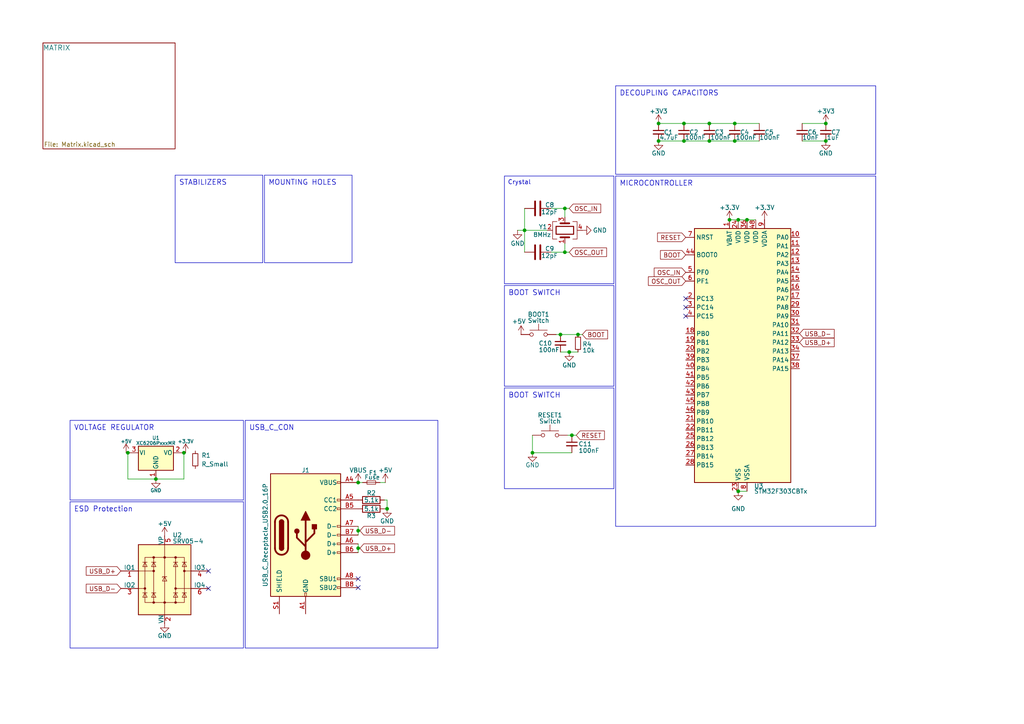
<source format=kicad_sch>
(kicad_sch (version 20231120) (generator "eeschema") (generator_version "8.0")
  (paper "A4")
  (title_block (title "Darwin") (date "2024-05-04"))
  (lib_symbols
    (symbol "Connector:USB_C_Receptacle_USB2.0_16P" (pin_names (offset 1.016))
      (property "Reference" "J" (at 0 22.225 0))
      (property "Value" "USB_C_Receptacle_USB2.0_16P" (at 0 19.685 0))
      (symbol "USB_C_Receptacle_USB2.0_16P_0_0"
        (rectangle (start -0.254 -17.78) (end 0.254 -16.764))
        (rectangle (start 10.16 -14.986) (end 9.144 -15.494))
        (rectangle (start 10.16 -12.446) (end 9.144 -12.954))
        (rectangle (start 10.16 -4.826) (end 9.144 -5.334))
        (rectangle (start 10.16 -2.286) (end 9.144 -2.794))
        (rectangle (start 10.16 0.254) (end 9.144 -0.254))
        (rectangle (start 10.16 2.794) (end 9.144 2.286))
        (rectangle (start 10.16 7.874) (end 9.144 7.366))
        (rectangle (start 10.16 10.414) (end 9.144 9.906))
        (rectangle (start 10.16 15.494) (end 9.144 14.986))
      )
      (symbol "USB_C_Receptacle_USB2.0_16P_0_1"
        (rectangle (start -10.16 17.78) (end 10.16 -17.78) (stroke (width 0.254)) (fill (type background)))
        (arc (start -8.89 -3.81) (mid -6.985 -5.7067) (end -5.08 -3.81) (stroke (width 0.508)))
        (arc (start -7.62 -3.81) (mid -6.985 -4.4423) (end -6.35 -3.81) (stroke (width 0.254)))
        (arc (start -7.62 -3.81) (mid -6.985 -4.4423) (end -6.35 -3.81) (stroke (width 0.254)) (fill (type outline)))
        (rectangle (start -7.62 -3.81) (end -6.35 3.81) (stroke (width 0.254)) (fill (type outline)))
        (arc (start -6.35 3.81) (mid -6.985 4.4423) (end -7.62 3.81) (stroke (width 0.254)))
        (arc (start -6.35 3.81) (mid -6.985 4.4423) (end -7.62 3.81) (stroke (width 0.254)) (fill (type outline)))
        (arc (start -5.08 3.81) (mid -6.985 5.7067) (end -8.89 3.81) (stroke (width 0.508)))
        (circle (center -2.54 1.143) (radius 0.635) (stroke (width 0.254)) (fill (type outline)))
        (circle (center 0 -5.842) (radius 1.27) (fill (type outline)))
        (polyline (pts (xy -8.89 -3.81) (xy -8.89 3.81)) (stroke (width 0.508)))
        (polyline (pts (xy -5.08 3.81) (xy -5.08 -3.81)) (stroke (width 0.508)))
        (polyline (pts (xy 0 -5.842) (xy 0 4.318)) (stroke (width 0.508)))
        (polyline (pts (xy 0 -3.302) (xy -2.54 -0.762) (xy -2.54 0.508)) (stroke (width 0.508)))
        (polyline (pts (xy 0 -2.032) (xy 2.54 0.508) (xy 2.54 1.778)) (stroke (width 0.508)))
        (polyline (pts (xy -1.27 4.318) (xy 0 6.858) (xy 1.27 4.318) (xy -1.27 4.318)) (stroke (width 0.254)) (fill (type outline)))
        (rectangle (start 1.905 1.778) (end 3.175 3.048) (stroke (width 0.254)) (fill (type outline)))
      )
      (symbol "USB_C_Receptacle_USB2.0_16P_1_1"
        (pin passive line (at 0 -22.86 90) (length 5.08) (name "GND") (number "A1"))
        (pin passive line (at 0 -22.86 90) (length 5.08) hide (name "GND") (number "A12"))
        (pin passive line (at 15.24 15.24 180) (length 5.08) (name "VBUS") (number "A4"))
        (pin bidirectional line (at 15.24 10.16 180) (length 5.08) (name "CC1") (number "A5"))
        (pin bidirectional line (at 15.24 -2.54 180) (length 5.08) (name "D+") (number "A6"))
        (pin bidirectional line (at 15.24 2.54 180) (length 5.08) (name "D-") (number "A7"))
        (pin bidirectional line (at 15.24 -12.7 180) (length 5.08) (name "SBU1") (number "A8"))
        (pin passive line (at 15.24 15.24 180) (length 5.08) hide (name "VBUS") (number "A9"))
        (pin passive line (at 0 -22.86 90) (length 5.08) hide (name "GND") (number "B1"))
        (pin passive line (at 0 -22.86 90) (length 5.08) hide (name "GND") (number "B12"))
        (pin passive line (at 15.24 15.24 180) (length 5.08) hide (name "VBUS") (number "B4"))
        (pin bidirectional line (at 15.24 7.62 180) (length 5.08) (name "CC2") (number "B5"))
        (pin bidirectional line (at 15.24 -5.08 180) (length 5.08) (name "D+") (number "B6"))
        (pin bidirectional line (at 15.24 0 180) (length 5.08) (name "D-") (number "B7"))
        (pin bidirectional line (at 15.24 -15.24 180) (length 5.08) (name "SBU2") (number "B8"))
        (pin passive line (at 15.24 15.24 180) (length 5.08) hide (name "VBUS") (number "B9"))
        (pin passive line (at -7.62 -22.86 90) (length 5.08) (name "SHIELD") (number "S1"))
      )
    )
    (symbol "Device:C" (pin_numbers hide) (pin_names (offset 0.254))
      (property "Reference" "C" (at 0.635 2.54 0))
      (property "Value" "C" (at 0.635 -2.54 0))
      (symbol "C_0_1"
        (polyline (pts (xy -2.032 -0.762) (xy 2.032 -0.762)) (stroke (width 0.508)))
        (polyline (pts (xy -2.032 0.762) (xy 2.032 0.762)) (stroke (width 0.508)))
      )
      (symbol "C_1_1"
        (pin passive line (at 0 3.81 270) (length 2.794) (name "~") (number "1"))
        (pin passive line (at 0 -3.81 90) (length 2.794) (name "~") (number "2"))
      )
    )
    (symbol "Device:C_Small" (pin_numbers hide) (pin_names (offset 0.254) hide)
      (property "Reference" "C" (at 0.254 1.778 0))
      (property "Value" "C_Small" (at 0.254 -2.032 0))
      (symbol "C_Small_0_1"
        (polyline (pts (xy -1.524 -0.508) (xy 1.524 -0.508)) (stroke (width 0.3302)))
        (polyline (pts (xy -1.524 0.508) (xy 1.524 0.508)) (stroke (width 0.3048)))
      )
      (symbol "C_Small_1_1"
        (pin passive line (at 0 2.54 270) (length 2.032) (name "~") (number "1"))
        (pin passive line (at 0 -2.54 90) (length 2.032) (name "~") (number "2"))
      )
    )
    (symbol "Device:Crystal_GND24" (pin_names (offset 1.016) hide)
      (property "Reference" "Y" (at 3.175 5.08 0))
      (property "Value" "Crystal_GND24" (at 3.175 3.175 0))
      (symbol "Crystal_GND24_0_1"
        (rectangle (start -1.143 2.54) (end 1.143 -2.54) (stroke (width 0.3048)))
        (polyline (pts (xy -2.54 0) (xy -2.032 0)))
        (polyline (pts (xy -2.032 -1.27) (xy -2.032 1.27)) (stroke (width 0.508)))
        (polyline (pts (xy 0 -3.81) (xy 0 -3.556)))
        (polyline (pts (xy 0 3.556) (xy 0 3.81)))
        (polyline (pts (xy 2.032 -1.27) (xy 2.032 1.27)) (stroke (width 0.508)))
        (polyline (pts (xy 2.032 0) (xy 2.54 0)))
        (polyline (pts (xy -2.54 -2.286) (xy -2.54 -3.556) (xy 2.54 -3.556) (xy 2.54 -2.286)))
        (polyline (pts (xy -2.54 2.286) (xy -2.54 3.556) (xy 2.54 3.556) (xy 2.54 2.286)))
      )
      (symbol "Crystal_GND24_1_1"
        (pin passive line (at -3.81 0 0) (length 1.27) (name "1") (number "1"))
        (pin passive line (at 0 5.08 270) (length 1.27) (name "2") (number "2"))
        (pin passive line (at 3.81 0 180) (length 1.27) (name "3") (number "3"))
        (pin passive line (at 0 -5.08 90) (length 1.27) (name "4") (number "4"))
      )
    )
    (symbol "Device:Fuse_Small" (pin_numbers hide) (pin_names (offset 0.254) hide)
      (property "Reference" "F" (at 0 -1.524 0))
      (property "Value" "Fuse_Small" (at 0 1.524 0))
      (symbol "Fuse_Small_0_1"
        (rectangle (start -1.27 0.508) (end 1.27 -0.508))
        (polyline (pts (xy -1.27 0) (xy 1.27 0)))
      )
      (symbol "Fuse_Small_1_1"
        (pin passive line (at -2.54 0 0) (length 1.27) (name "~") (number "1"))
        (pin passive line (at 2.54 0 180) (length 1.27) (name "~") (number "2"))
      )
    )
    (symbol "Device:R_Small" (pin_numbers hide) (pin_names (offset 0.254) hide)
      (property "Reference" "R" (at 0.762 0.508 0))
      (property "Value" "R_Small" (at 0.762 -1.016 0))
      (symbol "R_Small_0_1"
        (rectangle (start -0.762 1.778) (end 0.762 -1.778) (stroke (width 0.2032)))
      )
      (symbol "R_Small_1_1"
        (pin passive line (at 0 2.54 270) (length 0.762) (name "~") (number "1"))
        (pin passive line (at 0 -2.54 90) (length 0.762) (name "~") (number "2"))
      )
    )
    (symbol "MCU_ST_STM32F3:STM32F303CBTx"
      (property "Reference" "U" (at -12.7 39.37 0))
      (property "Value" "STM32F303CBTx" (at 10.16 39.37 0))
      (symbol "STM32F303CBTx_0_1"
        (rectangle (start -12.7 -35.56) (end 15.24 38.1) (stroke (width 0.254)) (fill (type background)))
      )
      (symbol "STM32F303CBTx_1_1"
        (pin power_in line (at -2.54 40.64 270) (length 2.54) (name "VBAT") (number "1"))
        (pin bidirectional line (at 17.78 35.56 180) (length 2.54) (name "PA0") (number "10"))
        (pin bidirectional line (at 17.78 33.02 180) (length 2.54) (name "PA1") (number "11"))
        (pin bidirectional line (at 17.78 30.48 180) (length 2.54) (name "PA2") (number "12"))
        (pin bidirectional line (at 17.78 27.94 180) (length 2.54) (name "PA3") (number "13"))
        (pin bidirectional line (at 17.78 25.4 180) (length 2.54) (name "PA4") (number "14"))
        (pin bidirectional line (at 17.78 22.86 180) (length 2.54) (name "PA5") (number "15"))
        (pin bidirectional line (at 17.78 20.32 180) (length 2.54) (name "PA6") (number "16"))
        (pin bidirectional line (at 17.78 17.78 180) (length 2.54) (name "PA7") (number "17"))
        (pin bidirectional line (at -15.24 7.62 0) (length 2.54) (name "PB0") (number "18"))
        (pin bidirectional line (at -15.24 5.08 0) (length 2.54) (name "PB1") (number "19"))
        (pin bidirectional line (at -15.24 17.78 0) (length 2.54) (name "PC13") (number "2"))
        (pin bidirectional line (at -15.24 2.54 0) (length 2.54) (name "PB2") (number "20"))
        (pin bidirectional line (at -15.24 -17.78 0) (length 2.54) (name "PB10") (number "21"))
        (pin bidirectional line (at -15.24 -20.32 0) (length 2.54) (name "PB11") (number "22"))
        (pin power_in line (at 0 -38.1 90) (length 2.54) (name "VSS") (number "23"))
        (pin power_in line (at 0 40.64 270) (length 2.54) (name "VDD") (number "24"))
        (pin bidirectional line (at -15.24 -22.86 0) (length 2.54) (name "PB12") (number "25"))
        (pin bidirectional line (at -15.24 -25.4 0) (length 2.54) (name "PB13") (number "26"))
        (pin bidirectional line (at -15.24 -27.94 0) (length 2.54) (name "PB14") (number "27"))
        (pin bidirectional line (at -15.24 -30.48 0) (length 2.54) (name "PB15") (number "28"))
        (pin bidirectional line (at 17.78 15.24 180) (length 2.54) (name "PA8") (number "29"))
        (pin bidirectional line (at -15.24 15.24 0) (length 2.54) (name "PC14") (number "3"))
        (pin bidirectional line (at 17.78 12.7 180) (length 2.54) (name "PA9") (number "30"))
        (pin bidirectional line (at 17.78 10.16 180) (length 2.54) (name "PA10") (number "31"))
        (pin bidirectional line (at 17.78 7.62 180) (length 2.54) (name "PA11") (number "32"))
        (pin bidirectional line (at 17.78 5.08 180) (length 2.54) (name "PA12") (number "33"))
        (pin bidirectional line (at 17.78 2.54 180) (length 2.54) (name "PA13") (number "34"))
        (pin passive line (at 0 -38.1 90) (length 2.54) hide (name "VSS") (number "35"))
        (pin power_in line (at 2.54 40.64 270) (length 2.54) (name "VDD") (number "36"))
        (pin bidirectional line (at 17.78 0 180) (length 2.54) (name "PA14") (number "37"))
        (pin bidirectional line (at 17.78 -2.54 180) (length 2.54) (name "PA15") (number "38"))
        (pin bidirectional line (at -15.24 0 0) (length 2.54) (name "PB3") (number "39"))
        (pin bidirectional line (at -15.24 12.7 0) (length 2.54) (name "PC15") (number "4"))
        (pin bidirectional line (at -15.24 -2.54 0) (length 2.54) (name "PB4") (number "40"))
        (pin bidirectional line (at -15.24 -5.08 0) (length 2.54) (name "PB5") (number "41"))
        (pin bidirectional line (at -15.24 -7.62 0) (length 2.54) (name "PB6") (number "42"))
        (pin bidirectional line (at -15.24 -10.16 0) (length 2.54) (name "PB7") (number "43"))
        (pin input line (at -15.24 30.48 0) (length 2.54) (name "BOOT0") (number "44"))
        (pin bidirectional line (at -15.24 -12.7 0) (length 2.54) (name "PB8") (number "45"))
        (pin bidirectional line (at -15.24 -15.24 0) (length 2.54) (name "PB9") (number "46"))
        (pin passive line (at 0 -38.1 90) (length 2.54) hide (name "VSS") (number "47"))
        (pin power_in line (at 5.08 40.64 270) (length 2.54) (name "VDD") (number "48"))
        (pin bidirectional line (at -15.24 25.4 0) (length 2.54) (name "PF0") (number "5"))
        (pin bidirectional line (at -15.24 22.86 0) (length 2.54) (name "PF1") (number "6"))
        (pin input line (at -15.24 35.56 0) (length 2.54) (name "NRST") (number "7"))
        (pin power_in line (at 2.54 -38.1 90) (length 2.54) (name "VSSA") (number "8"))
        (pin power_in line (at 7.62 40.64 270) (length 2.54) (name "VDDA") (number "9"))
      )
    )
    (symbol "Power_Protection:SRV05-4" (pin_names (offset 0))
      (property "Reference" "U" (at -5.08 11.43 0))
      (property "Value" "SRV05-4" (at 2.54 11.43 0))
      (symbol "SRV05-4_0_0"
        (rectangle (start -5.715 6.477) (end 5.715 -6.604))
        (polyline (pts (xy -3.175 -6.604) (xy -3.175 6.477)))
        (polyline (pts (xy 3.175 6.477) (xy 3.175 -6.604)))
      )
      (symbol "SRV05-4_0_1"
        (rectangle (start -7.62 10.16) (end 7.62 -10.16) (stroke (width 0.254)) (fill (type background)))
        (circle (center -5.715 -2.54) (radius 0.2794) (fill (type outline)))
        (circle (center -3.175 -6.604) (radius 0.2794) (fill (type outline)))
        (circle (center -3.175 2.54) (radius 0.2794) (fill (type outline)))
        (circle (center -3.175 6.477) (radius 0.2794) (fill (type outline)))
        (circle (center 0 -6.604) (radius 0.2794) (fill (type outline)))
        (polyline (pts (xy -7.747 2.54) (xy -3.175 2.54)))
        (polyline (pts (xy -7.62 -2.54) (xy -5.715 -2.54)))
        (polyline (pts (xy -5.08 -3.81) (xy -6.35 -3.81)))
        (polyline (pts (xy -5.08 5.08) (xy -6.35 5.08)))
        (polyline (pts (xy -2.54 -3.81) (xy -3.81 -3.81)))
        (polyline (pts (xy -2.54 5.08) (xy -3.81 5.08)))
        (polyline (pts (xy 0 10.16) (xy 0 -10.16)))
        (polyline (pts (xy 3.81 -3.81) (xy 2.54 -3.81)))
        (polyline (pts (xy 3.81 5.08) (xy 2.54 5.08)))
        (polyline (pts (xy 6.35 -3.81) (xy 5.08 -3.81)))
        (polyline (pts (xy 6.35 5.08) (xy 5.08 5.08)))
        (polyline (pts (xy 7.62 -2.54) (xy 3.175 -2.54)))
        (polyline (pts (xy 7.62 2.54) (xy 5.715 2.54)))
        (polyline (pts (xy 0.635 0.889) (xy -0.635 0.889) (xy -0.635 0.635)))
        (polyline (pts (xy -5.08 -5.08) (xy -6.35 -5.08) (xy -5.715 -3.81) (xy -5.08 -5.08)))
        (polyline (pts (xy -5.08 3.81) (xy -6.35 3.81) (xy -5.715 5.08) (xy -5.08 3.81)))
        (polyline (pts (xy -2.54 -5.08) (xy -3.81 -5.08) (xy -3.175 -3.81) (xy -2.54 -5.08)))
        (polyline (pts (xy -2.54 3.81) (xy -3.81 3.81) (xy -3.175 5.08) (xy -2.54 3.81)))
        (polyline (pts (xy 0.635 -0.381) (xy -0.635 -0.381) (xy 0 0.889) (xy 0.635 -0.381)))
        (polyline (pts (xy 3.81 -5.08) (xy 2.54 -5.08) (xy 3.175 -3.81) (xy 3.81 -5.08)))
        (polyline (pts (xy 3.81 3.81) (xy 2.54 3.81) (xy 3.175 5.08) (xy 3.81 3.81)))
        (polyline (pts (xy 6.35 -5.08) (xy 5.08 -5.08) (xy 5.715 -3.81) (xy 6.35 -5.08)))
        (polyline (pts (xy 6.35 3.81) (xy 5.08 3.81) (xy 5.715 5.08) (xy 6.35 3.81)))
        (circle (center 0 6.477) (radius 0.2794) (fill (type outline)))
        (circle (center 3.175 -6.604) (radius 0.2794) (fill (type outline)))
        (circle (center 3.175 -2.54) (radius 0.2794) (fill (type outline)))
        (circle (center 3.175 6.477) (radius 0.2794) (fill (type outline)))
        (circle (center 5.715 2.54) (radius 0.2794) (fill (type outline)))
      )
      (symbol "SRV05-4_1_1"
        (pin passive line (at -12.7 2.54 0) (length 5.08) (name "IO1") (number "1"))
        (pin passive line (at 0 -12.7 90) (length 2.54) (name "VN") (number "2"))
        (pin passive line (at -12.7 -2.54 0) (length 5.08) (name "IO2") (number "3"))
        (pin passive line (at 12.7 2.54 180) (length 5.08) (name "IO3") (number "4"))
        (pin passive line (at 0 12.7 270) (length 2.54) (name "VP") (number "5"))
        (pin passive line (at 12.7 -2.54 180) (length 5.08) (name "IO4") (number "6"))
      )
    )
    (symbol "Regulator_Linear:XC6206PxxxMR" (pin_names (offset 0.254))
      (property "Reference" "U" (at -3.81 3.175 0))
      (property "Value" "XC6206PxxxMR" (at 0 3.175 0))
      (symbol "XC6206PxxxMR_0_1"
        (rectangle (start -5.08 1.905) (end 5.08 -5.08) (stroke (width 0.254)) (fill (type background)))
      )
      (symbol "XC6206PxxxMR_1_1"
        (pin power_in line (at 0 -7.62 90) (length 2.54) (name "GND") (number "1"))
        (pin power_out line (at 7.62 0 180) (length 2.54) (name "VO") (number "2"))
        (pin power_in line (at -7.62 0 0) (length 2.54) (name "VI") (number "3"))
      )
    )
    (symbol "keyboard_collection:Placeholder_Resistor" (pin_numbers hide) (pin_names (offset 0))
      (property "Reference" "R" (at 0 2.032 0))
      (property "Value" "Resistor" (at 0 -2.54 0))
      (symbol "Placeholder_Resistor_0_1"
        (rectangle (start 2.54 -1.016) (end -2.54 1.016) (stroke (width 0.254)))
      )
      (symbol "Placeholder_Resistor_1_1"
        (pin passive line (at -3.81 0 0) (length 1.27) (name "~") (number "1"))
        (pin passive line (at 3.81 0 180) (length 1.27) (name "~") (number "2"))
      )
    )
    (symbol "keyboard_collection:Placeholder_Switch" (pin_numbers hide) (pin_names (offset 1.016) hide)
      (property "Reference" "SW" (at 1.27 2.54 0))
      (property "Value" "Switch" (at 0 -1.524 0))
      (symbol "Placeholder_Switch_0_1"
        (circle (center -2.032 0) (radius 0.508))
        (polyline (pts (xy 0 1.27) (xy 0 3.048)))
        (polyline (pts (xy 2.54 1.27) (xy -2.54 1.27)))
        (circle (center 2.032 0) (radius 0.508))
        (pin passive line (at -5.08 0 0) (length 2.54) (name "1") (number "1"))
        (pin passive line (at 5.08 0 180) (length 2.54) (name "2") (number "2"))
      )
    )
    (symbol "power:+3.3V" (power) (pin_numbers hide) (pin_names (offset 0) hide)
      (property "Value" "+3.3V" (at 0 3.556 0))
      (symbol "+3.3V_0_1"
        (polyline (pts (xy -0.762 1.27) (xy 0 2.54)))
        (polyline (pts (xy 0 0) (xy 0 2.54)))
        (polyline (pts (xy 0 2.54) (xy 0.762 1.27)))
      )
      (symbol "+3.3V_1_1"
        (pin power_in line (at 0 0 90) (length 0) (name "~") (number "1"))
      )
    )
    (symbol "power:+3V3" (power) (pin_numbers hide) (pin_names (offset 0) hide)
      (property "Value" "+3V3" (at 0 3.556 0))
      (symbol "+3V3_0_1"
        (polyline (pts (xy -0.762 1.27) (xy 0 2.54)))
        (polyline (pts (xy 0 0) (xy 0 2.54)))
        (polyline (pts (xy 0 2.54) (xy 0.762 1.27)))
      )
      (symbol "+3V3_1_1"
        (pin power_in line (at 0 0 90) (length 0) (name "~") (number "1"))
      )
    )
    (symbol "power:+5V" (power) (pin_numbers hide) (pin_names (offset 0) hide)
      (property "Value" "+5V" (at 0 3.556 0))
      (symbol "+5V_0_1"
        (polyline (pts (xy -0.762 1.27) (xy 0 2.54)))
        (polyline (pts (xy 0 0) (xy 0 2.54)))
        (polyline (pts (xy 0 2.54) (xy 0.762 1.27)))
      )
      (symbol "+5V_1_1"
        (pin power_in line (at 0 0 90) (length 0) (name "~") (number "1"))
      )
    )
    (symbol "power:GND" (power) (pin_numbers hide) (pin_names (offset 0) hide)
      (property "Value" "GND" (at 0 -3.81 0))
      (symbol "GND_0_1"
        (polyline (pts (xy 0 0) (xy 0 -1.27) (xy 1.27 -1.27) (xy 0 -2.54) (xy -1.27 -1.27) (xy 0 -1.27)))
      )
      (symbol "GND_1_1"
        (pin power_in line (at 0 0 270) (length 0) (name "~") (number "1"))
      )
    )
    (symbol "power:VBUS" (power) (pin_numbers hide) (pin_names (offset 0) hide)
      (property "Value" "VBUS" (at 0 3.556 0))
      (symbol "VBUS_0_1"
        (polyline (pts (xy -0.762 1.27) (xy 0 2.54)))
        (polyline (pts (xy 0 0) (xy 0 2.54)))
        (polyline (pts (xy 0 2.54) (xy 0.762 1.27)))
      )
      (symbol "VBUS_1_1"
        (pin power_in line (at 0 0 90) (length 0) (name "~") (number "1"))
      )
    )
  )
  (junction (at 239.522 40.894))
  (junction (at 191.008 40.894))
  (junction (at 165.862 126.238))
  (junction (at 165.1 102.108))
  (junction (at 205.74 40.894))
  (junction (at 198.374 40.894))
  (junction (at 191.008 35.814))
  (junction (at 213.106 40.894))
  (junction (at 211.582 63.754))
  (junction (at 103.886 159.004))
  (junction (at 216.662 63.754))
  (junction (at 214.122 142.494))
  (junction (at 103.886 153.924))
  (junction (at 214.122 63.754))
  (junction (at 53.34 131.318))
  (junction (at 45.212 138.938))
  (junction (at 163.83 73.152))
  (junction (at 103.886 139.954))
  (junction (at 213.106 35.814))
  (junction (at 198.374 35.814))
  (junction (at 239.522 35.814))
  (junction (at 167.64 97.028))
  (junction (at 163.83 60.452))
  (junction (at 154.432 131.318))
  (junction (at 162.56 97.028))
  (junction (at 205.74 35.814))
  (junction (at 37.084 131.318))
  (junction (at 152.146 66.802))
  (junction (at 112.268 147.574))
  (no_connect (at 60.452 165.608))
  (no_connect (at 198.882 89.154))
  (no_connect (at 103.886 170.434))
  (no_connect (at 198.882 91.694))
  (no_connect (at 103.886 167.894))
  (no_connect (at 60.452 170.688))
  (no_connect (at 198.882 86.614))
  (wire (pts (xy 165.862 126.238) (xy 167.132 126.238)))
  (wire (pts (xy 152.146 66.802) (xy 158.75 66.802)))
  (wire (pts (xy 198.374 35.814) (xy 191.008 35.814)))
  (wire (pts (xy 220.218 35.814) (xy 213.106 35.814)))
  (wire (pts (xy 104.394 159.004) (xy 103.886 159.004)))
  (wire (pts (xy 53.34 131.318) (xy 53.848 131.318)))
  (wire (pts (xy 198.374 40.894) (xy 205.74 40.894)))
  (wire (pts (xy 159.766 60.452) (xy 163.83 60.452)))
  (wire (pts (xy 53.34 138.938) (xy 53.34 131.318)))
  (wire (pts (xy 45.212 138.938) (xy 37.084 138.938)))
  (wire (pts (xy 213.106 35.814) (xy 205.74 35.814)))
  (wire (pts (xy 154.432 131.318) (xy 165.862 131.318)))
  (wire (pts (xy 104.394 153.924) (xy 103.886 153.924)))
  (wire (pts (xy 105.156 139.954) (xy 103.886 139.954)))
  (wire (pts (xy 103.886 152.654) (xy 103.886 153.924)))
  (wire (pts (xy 165.1 102.108) (xy 167.64 102.108)))
  (wire (pts (xy 167.64 97.028) (xy 168.91 97.028)))
  (wire (pts (xy 205.74 35.814) (xy 198.374 35.814)))
  (wire (pts (xy 36.576 131.318) (xy 37.084 131.318)))
  (wire (pts (xy 164.592 126.238) (xy 165.862 126.238)))
  (wire (pts (xy 37.084 131.318) (xy 37.592 131.318)))
  (wire (pts (xy 152.146 60.452) (xy 152.146 66.802)))
  (wire (pts (xy 191.008 40.894) (xy 198.374 40.894)))
  (wire (pts (xy 211.582 63.754) (xy 214.122 63.754)))
  (wire (pts (xy 111.506 145.034) (xy 112.268 145.034)))
  (wire (pts (xy 216.662 63.754) (xy 219.202 63.754)))
  (wire (pts (xy 165.1 60.452) (xy 163.83 60.452)))
  (wire (pts (xy 161.29 97.028) (xy 162.56 97.028)))
  (wire (pts (xy 103.886 159.004) (xy 103.886 160.274)))
  (wire (pts (xy 213.106 40.894) (xy 220.218 40.894)))
  (wire (pts (xy 112.268 147.574) (xy 111.506 147.574)))
  (wire (pts (xy 232.664 35.814) (xy 239.522 35.814)))
  (wire (pts (xy 103.886 153.924) (xy 103.886 155.194)))
  (wire (pts (xy 232.664 40.894) (xy 239.522 40.894)))
  (wire (pts (xy 165.1 73.152) (xy 163.83 73.152)))
  (wire (pts (xy 159.766 73.152) (xy 163.83 73.152)))
  (wire (pts (xy 152.146 66.802) (xy 152.146 73.152)))
  (wire (pts (xy 112.268 145.034) (xy 112.268 147.574)))
  (wire (pts (xy 163.83 73.152) (xy 163.83 70.612)))
  (wire (pts (xy 214.122 142.494) (xy 216.662 142.494)))
  (wire (pts (xy 162.56 102.108) (xy 165.1 102.108)))
  (wire (pts (xy 163.83 60.452) (xy 163.83 62.992)))
  (wire (pts (xy 150.114 66.802) (xy 152.146 66.802)))
  (wire (pts (xy 37.084 138.938) (xy 37.084 131.318)))
  (wire (pts (xy 103.886 157.734) (xy 103.886 159.004)))
  (wire (pts (xy 111.76 139.954) (xy 110.236 139.954)))
  (wire (pts (xy 154.432 131.318) (xy 154.432 126.238)))
  (wire (pts (xy 45.212 138.938) (xy 53.34 138.938)))
  (wire (pts (xy 205.74 40.894) (xy 213.106 40.894)))
  (wire (pts (xy 214.122 63.754) (xy 216.662 63.754)))
  (wire (pts (xy 52.832 131.318) (xy 53.34 131.318)))
  (wire (pts (xy 162.56 97.028) (xy 167.64 97.028)))
  (text_box "Crystal\n" (at 146.304 51.054 0) (size 31.75 31.242) (effects (font (size 1.27 1.27)) (justify left top)))
  (text_box "ESD Protection" (at 20.32 145.542 0) (size 50.292 42.418) (effects (font (size 1.5 1.5)) (justify left top)))
  (text_box "BOOT SWITCH\n" (at 146.304 82.804 0) (size 31.75 29.21) (effects (font (size 1.5 1.5)) (justify left top)))
  (text_box "BOOT SWITCH\n" (at 146.304 112.522 0) (size 31.75 29.21) (effects (font (size 1.5 1.5)) (justify left top)))
  (text_box "DECOUPLING CAPACITORS" (at 178.562 24.892 0) (size 75.438 25.654) (effects (font (size 1.5 1.5)) (justify left top)))
  (text_box "VOLTAGE REGULATOR" (at 20.32 121.92 0) (size 50.292 23.114) (effects (font (size 1.5 1.5)) (justify left top)))
  (text_box "MICROCONTROLLER" (at 178.562 51.054 0) (size 75.438 101.6) (effects (font (size 1.5 1.5)) (justify left top)))
  (text_box "STABILIZERS" (at 50.8 50.8 0) (size 25.4 25.4) (effects (font (size 1.5 1.5)) (justify left top)))
  (text_box "MOUNTING HOLES" (at 76.708 50.8 0) (size 25.4 25.4) (effects (font (size 1.5 1.5)) (justify left top)))
  (text_box "USB_C_CON" (at 71.12 121.92 0) (size 55.88 66.04) (effects (font (size 1.5 1.5)) (justify left top)))
  (global_label "RESET" (shape input) (at 167.132 126.238 0) (property "Intersheetrefs" "${INTERSHEET_REFS}" (effects (hide yes))))
  (global_label "OSC_OUT" (shape input) (at 198.882 81.534 180) (property "Intersheetrefs" "${INTERSHEET_REFS}" (effects (hide yes))))
  (global_label "RESET" (shape input) (at 198.882 68.834 180) (property "Intersheetrefs" "${INTERSHEET_REFS}" (effects (hide yes))))
  (global_label "USB_D+" (shape input) (at 231.902 99.314 0) (property "Intersheetrefs" "${INTERSHEET_REFS}" (effects (hide yes))))
  (global_label "BOOT" (shape input) (at 198.882 73.914 180) (property "Intersheetrefs" "${INTERSHEET_REFS}" (effects (hide yes))))
  (global_label "OSC_IN" (shape input) (at 165.1 60.452 0) (property "Intersheetrefs" "${INTERSHEET_REFS}" (effects (hide yes))))
  (global_label "USB_D+" (shape input) (at 35.052 165.608 180) (property "Intersheetrefs" "${INTERSHEET_REFS}" (effects (hide yes))))
  (global_label "USB_D-" (shape input) (at 231.902 96.774 0) (property "Intersheetrefs" "${INTERSHEET_REFS}" (effects (hide yes))))
  (global_label "USB_D-" (shape input) (at 104.394 153.924 0) (property "Intersheetrefs" "${INTERSHEET_REFS}" (effects (hide yes))))
  (global_label "USB_D+" (shape input) (at 104.394 159.004 0) (property "Intersheetrefs" "${INTERSHEET_REFS}" (effects (hide yes))))
  (global_label "USB_D-" (shape input) (at 35.052 170.688 180) (property "Intersheetrefs" "${INTERSHEET_REFS}" (effects (hide yes))))
  (global_label "OSC_OUT" (shape input) (at 165.1 73.152 0) (property "Intersheetrefs" "${INTERSHEET_REFS}" (effects (hide yes))))
  (global_label "OSC_IN" (shape input) (at 198.882 78.994 180) (property "Intersheetrefs" "${INTERSHEET_REFS}" (effects (hide yes))))
  (global_label "BOOT" (shape input) (at 168.91 97.028 0) (property "Intersheetrefs" "${INTERSHEET_REFS}" (effects (hide yes))))
  (symbol (lib_id "Device:C_Small") (at 239.522 38.354 0) (unit 1)
    (property "Reference" "C7" (at 241.046 38.354 0) (effects (justify left)))
    (property "Value" "1uF" (at 239.776 39.878 0) (effects (justify left)))
    (property "Footprint" "Capacitor_SMD:C_0603_1608Metric" (effects (hide yes)))
    (property "Description" "Unpolarized capacitor, small symbol" (effects (hide yes)))
  )
  (symbol (lib_id "Device:C_Small") (at 162.56 99.568 0) (unit 1)
    (property "Reference" "C10" (at 156.21 99.568 0) (effects (justify left)))
    (property "Value" "100nF" (at 156.21 101.473 0) (effects (justify left)))
    (property "Footprint" "Capacitor_SMD:C_0603_1608Metric" (effects (hide yes)))
    (property "LCSC" "C1525" (effects (hide yes)))
  )
  (symbol (lib_id "Device:C_Small") (at 165.862 128.778 0) (unit 1)
    (property "Reference" "C11" (at 167.767 128.778 0) (effects (justify left)))
    (property "Value" "100nF" (at 167.767 130.683 0) (effects (justify left)))
    (property "Footprint" "Capacitor_SMD:C_0603_1608Metric" (effects (hide yes)))
    (property "LCSC" "C1525" (effects (hide yes)))
  )
  (symbol (lib_id "Device:R_Small") (at 56.642 133.35 0) (unit 1)
    (property "Reference" "R1" (at 58.42 132.0799 0) (effects (justify left)))
    (property "Value" "R_Small" (at 58.42 134.6199 0) (effects (justify left)))
    (property "Description" "Resistor, small symbol" (effects (hide yes)))
  )
  (symbol (lib_id "power:GND") (at 165.1 102.108 0) (unit 1)
    (property "Reference" "#PWR019" (effects (hide yes)))
    (property "Value" "GND" (at 165.1 105.918 0))
    (property "Description" "Power symbol creates a global label with name \"GND\" , ground" (effects (hide yes)))
  )
  (symbol (lib_id "power:+5V") (at 36.576 131.318 0) (unit 1)
    (property "Reference" "#PWR01" (effects (hide yes)))
    (property "Value" "+5V" (at 36.576 128.016 0) (effects (font (size 1 1))))
    (property "Description" "Power symbol creates a global label with name \"+5V\"" (effects (hide yes)))
  )
  (symbol (lib_id "power:GND") (at 191.008 40.894 0) (unit 1)
    (property "Reference" "#PWR013" (effects (hide yes)))
    (property "Value" "GND" (at 191.008 44.45 0))
    (property "Description" "Power symbol creates a global label with name \"GND\" , ground" (effects (hide yes)))
  )
  (symbol (lib_id "power:+3.3V") (at 211.582 63.754 0) (unit 1)
    (property "Reference" "#PWR010" (effects (hide yes)))
    (property "Value" "+3.3V" (at 211.582 60.198 0))
    (property "Description" "Power symbol creates a global label with name \"+3.3V\"" (effects (hide yes)))
  )
  (symbol (lib_id "Device:C_Small") (at 198.374 38.354 0) (unit 1)
    (property "Reference" "C2" (at 199.898 38.354 0) (effects (justify left)))
    (property "Value" "100nF" (at 198.628 39.878 0) (effects (justify left)))
    (property "Footprint" "Capacitor_SMD:C_0603_1608Metric" (effects (hide yes)))
    (property "Description" "Unpolarized capacitor, small symbol" (effects (hide yes)))
  )
  (symbol (lib_id "Device:C_Small") (at 220.218 38.354 0) (unit 1)
    (property "Reference" "C5" (at 221.742 38.354 0) (effects (justify left)))
    (property "Value" "100nF" (at 220.218 39.878 0) (effects (justify left)))
    (property "Footprint" "Capacitor_SMD:C_0603_1608Metric" (effects (hide yes)))
    (property "Description" "Unpolarized capacitor, small symbol" (effects (hide yes)))
  )
  (symbol (lib_id "power:+3V3") (at 191.008 35.814 0) (unit 1)
    (property "Reference" "#PWR012" (effects (hide yes)))
    (property "Value" "+3V3" (at 191.008 32.258 0))
    (property "Description" "Power symbol creates a global label with name \"+3V3\"" (effects (hide yes)))
  )
  (symbol (lib_id "power:GND") (at 154.432 131.318 0) (unit 1)
    (property "Reference" "#PWR020" (effects (hide yes)))
    (property "Value" "GND" (at 154.432 134.874 0))
    (property "Description" "Power symbol creates a global label with name \"GND\" , ground" (effects (hide yes)))
  )
  (symbol (lib_id "power:GND") (at 150.114 66.802 0) (unit 1)
    (property "Reference" "#PWR016" (effects (hide yes)))
    (property "Value" "GND" (at 150.114 70.612 0))
  )
  (symbol (lib_id "Power_Protection:SRV05-4") (at 47.752 168.148 0) (unit 1)
    (property "Reference" "U2" (at 50.038 155.194 0) (effects (justify left)))
    (property "Value" "SRV05-4" (at 50.038 156.972 0) (effects (justify left)))
    (property "Footprint" "Package_TO_SOT_SMD:SOT-23-6" (effects (hide yes)))
    (property "Datasheet" "http://www.onsemi.com/pub/Collateral/SRV05-4-D.PDF" (effects (hide yes)))
    (property "Description" "ESD Protection Diodes with Low Clamping Voltage, SOT-23-6" (effects (hide yes)))
  )
  (symbol (lib_id "power:+5V") (at 151.13 97.028 0) (unit 1)
    (property "Reference" "#PWR018" (effects (hide yes)))
    (property "Value" "+5V" (at 150.495 93.218 0))
    (property "Description" "Power symbol creates a global label with name \"+5V\"" (effects (hide yes)))
  )
  (symbol (lib_id "MCU_ST_STM32F3:STM32F303CBTx") (at 214.122 104.394 0) (unit 1)
    (property "Reference" "U3" (at 218.694 140.97 0) (effects (justify left)))
    (property "Value" "STM32F303CBTx" (at 218.694 142.494 0) (effects (justify left)))
    (property "Footprint" "Package_QFP:LQFP-48_7x7mm_P0.5mm" (effects (hide yes)))
    (property "Datasheet" "https://www.st.com/resource/en/datasheet/stm32f303cb.pdf" (effects (hide yes)))
    (property "Description" "STMicroelectronics Arm Cortex-M4 MCU, 128KB flash, 40KB RAM, 72 MHz, 2.0-3.6V, 37 GPIO, LQFP48" (effects (hide yes)))
  )
  (symbol (lib_id "Device:C_Small") (at 205.74 38.354 0) (unit 1)
    (property "Reference" "C3" (at 207.264 38.354 0) (effects (justify left)))
    (property "Value" "100nF" (at 205.994 39.878 0) (effects (justify left)))
    (property "Footprint" "Capacitor_SMD:C_0603_1608Metric" (effects (hide yes)))
    (property "Description" "Unpolarized capacitor, small symbol" (effects (hide yes)))
  )
  (symbol (lib_id "power:+3V3") (at 239.522 35.814 0) (unit 1)
    (property "Reference" "#PWR014" (effects (hide yes)))
    (property "Value" "+3V3" (at 239.522 32.258 0))
    (property "Description" "Power symbol creates a global label with name \"+3V3\"" (effects (hide yes)))
  )
  (symbol (lib_id "Device:C") (at 155.956 60.452 90) (unit 1)
    (property "Reference" "C8" (at 160.782 59.436 90) (effects (justify left)))
    (property "Value" "12pF" (at 161.798 61.468 90) (effects (justify left)))
    (property "Footprint" "Capacitor_SMD:C_0603_1608Metric" (effects (hide yes)))
    (property "LCSC" "C1547" (effects (hide yes)))
    (property "MFR. Part#" "0402CG120J500NT" (effects (hide yes)))
  )
  (symbol (lib_id "keyboard_collection:Placeholder_Resistor") (at 107.696 145.034 0) (unit 1)
    (property "Reference" "R2" (at 107.696 143.002 0))
    (property "Value" "5.1k" (at 107.696 145.034 0))
    (property "Description" "Resistor" (effects (hide yes)))
  )
  (symbol (lib_id "power:GND") (at 47.752 180.848 0) (unit 1)
    (property "Reference" "#PWR05" (effects (hide yes)))
    (property "Value" "GND" (at 47.752 184.404 0))
    (property "Description" "Power symbol creates a global label with name \"GND\" , ground" (effects (hide yes)))
  )
  (symbol (lib_id "power:GND") (at 239.522 40.894 0) (unit 1)
    (property "Reference" "#PWR015" (effects (hide yes)))
    (property "Value" "GND" (at 239.522 44.45 0))
    (property "Description" "Power symbol creates a global label with name \"GND\" , ground" (effects (hide yes)))
  )
  (symbol (lib_id "Device:C") (at 155.956 73.152 90) (unit 1)
    (property "Reference" "C9" (at 160.782 72.136 90) (effects (justify left)))
    (property "Value" "12pF" (at 161.798 74.168 90) (effects (justify left)))
    (property "Footprint" "Capacitor_SMD:C_0603_1608Metric" (effects (hide yes)))
    (property "LCSC" "C1547" (effects (hide yes)))
    (property "MFR. Part#" "0402CG120J500NT" (effects (hide yes)))
  )
  (symbol (lib_id "Device:C_Small") (at 213.106 38.354 0) (unit 1)
    (property "Reference" "C4" (at 214.63 38.354 0) (effects (justify left)))
    (property "Value" "100nF" (at 213.36 39.878 0) (effects (justify left)))
    (property "Footprint" "Capacitor_SMD:C_0603_1608Metric" (effects (hide yes)))
    (property "Description" "Unpolarized capacitor, small symbol" (effects (hide yes)))
  )
  (symbol (lib_id "Regulator_Linear:XC6206PxxxMR") (at 45.212 131.318 0) (unit 1)
    (property "Reference" "U1" (at 45.212 127 0) (effects (font (size 1 1))))
    (property "Value" "XC6206PxxxMR" (at 45.212 128.524 0) (effects (font (size 1 1))))
    (property "Footprint" "Package_TO_SOT_SMD:SOT-23-3" (effects (hide yes)))
    (property "Datasheet" "https://www.torexsemi.com/file/xc6206/XC6206.pdf" (effects (hide yes)))
    (property "Description" "Positive 60-250mA Low Dropout Regulator, Fixed Output, SOT-23" (effects (hide yes)))
  )
  (symbol (lib_id "power:GND") (at 45.212 138.938 0) (unit 1)
    (property "Reference" "#PWR03" (effects (hide yes)))
    (property "Value" "GND" (at 45.212 142.24 0) (effects (font (size 1 1))))
    (property "Description" "Power symbol creates a global label with name \"GND\" , ground" (effects (hide yes)))
  )
  (symbol (lib_id "power:+5V") (at 111.76 139.954 0) (unit 1)
    (property "Reference" "#PWR08" (effects (hide yes)))
    (property "Value" "+5V" (at 111.76 136.398 0))
    (property "Description" "Power symbol creates a global label with name \"+5V\"" (effects (hide yes)))
  )
  (symbol (lib_id "power:+3.3V") (at 53.848 131.318 0) (unit 1)
    (property "Reference" "#PWR02" (effects (hide yes)))
    (property "Value" "+3.3V" (at 53.848 128.016 0) (effects (font (size 1 1))))
    (property "Description" "Power symbol creates a global label with name \"+3.3V\"" (effects (hide yes)))
  )
  (symbol (lib_id "power:+3.3V") (at 221.742 63.754 0) (unit 1)
    (property "Reference" "#PWR011" (effects (hide yes)))
    (property "Value" "+3.3V" (at 221.742 60.198 0))
    (property "Description" "Power symbol creates a global label with name \"+3.3V\"" (effects (hide yes)))
  )
  (symbol (lib_id "Device:Fuse_Small") (at 107.696 139.954 180) (unit 1)
    (property "Reference" "F1" (at 108.204 137.16 0))
    (property "Value" "Fuse" (at 107.95 138.43 0))
    (property "Description" "Fuse, small symbol" (effects (hide yes)))
  )
  (symbol (lib_id "Device:C_Small") (at 232.664 38.354 0) (unit 1)
    (property "Reference" "C6" (at 234.188 38.354 0) (effects (justify left)))
    (property "Value" "10nF" (at 232.664 39.878 0) (effects (justify left)))
    (property "Footprint" "Capacitor_SMD:C_0603_1608Metric" (effects (hide yes)))
    (property "Description" "Unpolarized capacitor, small symbol" (effects (hide yes)))
  )
  (symbol (lib_id "Device:C_Small") (at 191.008 38.354 0) (unit 1)
    (property "Reference" "C1" (at 192.532 38.354 0) (effects (justify left)))
    (property "Value" "4.7uF" (at 191.262 39.878 0) (effects (justify left)))
    (property "Footprint" "Capacitor_SMD:C_0603_1608Metric" (effects (hide yes)))
    (property "Description" "Unpolarized capacitor, small symbol" (effects (hide yes)))
  )
  (symbol (lib_id "keyboard_collection:Placeholder_Resistor") (at 107.696 147.574 0) (unit 1)
    (property "Reference" "R3" (at 107.696 149.606 0))
    (property "Value" "5.1k" (at 107.696 147.574 0))
    (property "Description" "Resistor" (effects (hide yes)))
  )
  (symbol (lib_id "keyboard_collection:Placeholder_Switch") (at 159.512 126.238 0) (unit 1)
    (property "Reference" "RESET1" (at 159.512 120.396 0))
    (property "Value" "Switch" (at 159.512 122.174 0))
    (property "Footprint" "Button_Switch_SMD:SW_Push_1P1T_NO_6x6mm_H9.5mm" (effects (hide yes)))
    (property "Description" "Push button switch, generic, two pins" (effects (hide yes)))
  )
  (symbol (lib_id "Device:R_Small") (at 167.64 99.568 0) (unit 1)
    (property "Reference" "R4" (at 168.91 99.822 0) (effects (justify left)))
    (property "Value" "10k" (at 168.91 101.6 0) (effects (justify left)))
    (property "Footprint" "Resistor_SMD:R_0603_1608Metric" (effects (hide yes)))
    (property "Description" "Resistor, small symbol" (effects (hide yes)))
  )
  (symbol (lib_id "power:GND") (at 112.268 147.574 0) (unit 1)
    (property "Reference" "#PWR09" (effects (hide yes)))
    (property "Value" "GND" (at 112.268 151.13 0))
    (property "Description" "Power symbol creates a global label with name \"GND\" , ground" (effects (hide yes)))
  )
  (symbol (lib_id "Device:Crystal_GND24") (at 163.83 66.802 90) (unit 1)
    (property "Reference" "Y1" (at 157.48 65.786 90))
    (property "Value" "8MHz" (at 157.226 68.072 90))
    (property "Footprint" "Crystal:Crystal_SMD_3225-4Pin_3.2x2.5mm" (effects (hide yes)))
    (property "LCSC" "C2682774" (effects (hide yes)))
    (property "MFR. Part#" "X32258MSB4SI" (effects (hide yes)))
  )
  (symbol (lib_id "keyboard_collection:Placeholder_Switch") (at 156.21 97.028 0) (unit 1)
    (property "Reference" "BOOT1" (at 156.21 91.186 0))
    (property "Value" "Switch" (at 156.21 92.964 0))
    (property "Footprint" "Button_Switch_SMD:SW_Push_1P1T_NO_6x6mm_H9.5mm" (effects (hide yes)))
    (property "Description" "Push button switch, generic, two pins" (effects (hide yes)))
  )
  (symbol (lib_id "power:VBUS") (at 103.886 139.954 0) (unit 1)
    (property "Reference" "#PWR07" (effects (hide yes)))
    (property "Value" "VBUS" (at 103.886 136.398 0))
    (property "Description" "Power symbol creates a global label with name \"VBUS\"" (effects (hide yes)))
  )
  (symbol (lib_id "power:GND") (at 214.122 142.494 0) (unit 1)
    (property "Reference" "#PWR06" (effects (hide yes)))
    (property "Value" "GND" (at 214.122 147.574 0))
    (property "Description" "Power symbol creates a global label with name \"GND\" , ground" (effects (hide yes)))
  )
  (symbol (lib_id "power:+5V") (at 47.752 155.448 0) (unit 1)
    (property "Reference" "#PWR04" (effects (hide yes)))
    (property "Value" "+5V" (at 47.752 151.892 0))
    (property "Description" "Power symbol creates a global label with name \"+5V\"" (effects (hide yes)))
  )
  (symbol (lib_id "Connector:USB_C_Receptacle_USB2.0_16P") (at 88.646 155.194 0) (unit 1)
    (property "Reference" "J1" (at 88.646 136.398 0))
    (property "Value" "USB_C_Receptacle_USB2.0_16P" (at 76.962 155.194 90))
    (property "Datasheet" "https://www.usb.org/sites/default/files/documents/usb_type-c.zip" (effects (hide yes)))
    (property "Description" "USB 2.0-only 16P Type-C Receptacle connector" (effects (hide yes)))
  )
  (symbol (lib_id "power:GND") (at 168.91 66.802 90) (unit 1)
    (property "Reference" "#PWR017" (effects (hide yes)))
    (property "Value" "GND" (at 173.99 66.802 90))
  )
  (sheet (at 12.446 12.446) (size 38.354 30.734) (stroke (width 0.1524))
    (property "Sheetname" "MATRIX" (at 12.446 14.732 0) (effects (font (size 1.5 1.5)) (justify left bottom)))
    (property "Sheetfile" "Matrix.kicad_sch" (at 12.7 41.148 0) (effects (justify left top)))
  )
)
</source>
